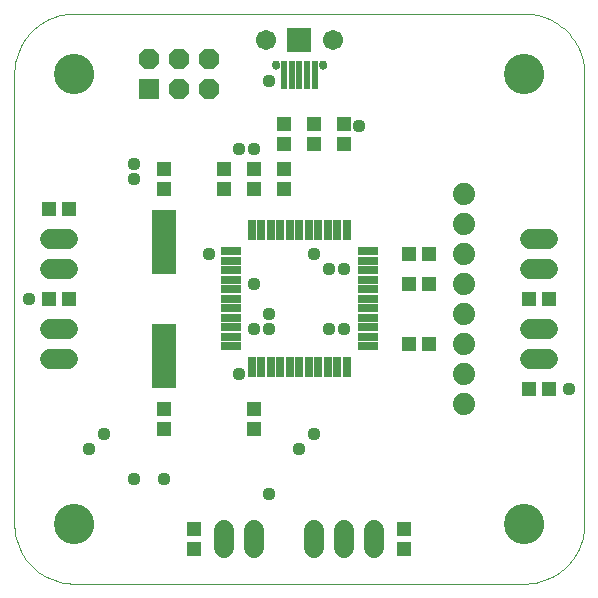
<source format=gts>
G75*
G70*
%OFA0B0*%
%FSLAX24Y24*%
%IPPOS*%
%LPD*%
%AMOC8*
5,1,8,0,0,1.08239X$1,22.5*
%
%ADD10C,0.0000*%
%ADD11R,0.0237X0.0966*%
%ADD12C,0.0297*%
%ADD13C,0.0674*%
%ADD14R,0.0828X0.0828*%
%ADD15R,0.0277X0.0671*%
%ADD16R,0.0671X0.0277*%
%ADD17R,0.0840X0.2180*%
%ADD18R,0.0474X0.0513*%
%ADD19R,0.0513X0.0474*%
%ADD20R,0.0680X0.0680*%
%ADD21OC8,0.0680*%
%ADD22C,0.0674*%
%ADD23C,0.0740*%
%ADD24C,0.1340*%
%ADD25C,0.0437*%
D10*
X000655Y002655D02*
X000655Y017655D01*
X002025Y017655D02*
X002027Y017705D01*
X002033Y017755D01*
X002043Y017804D01*
X002057Y017852D01*
X002074Y017899D01*
X002095Y017944D01*
X002120Y017988D01*
X002148Y018029D01*
X002180Y018068D01*
X002214Y018105D01*
X002251Y018139D01*
X002291Y018169D01*
X002333Y018196D01*
X002377Y018220D01*
X002423Y018241D01*
X002470Y018257D01*
X002518Y018270D01*
X002568Y018279D01*
X002617Y018284D01*
X002668Y018285D01*
X002718Y018282D01*
X002767Y018275D01*
X002816Y018264D01*
X002864Y018249D01*
X002910Y018231D01*
X002955Y018209D01*
X002998Y018183D01*
X003039Y018154D01*
X003078Y018122D01*
X003114Y018087D01*
X003146Y018049D01*
X003176Y018009D01*
X003203Y017966D01*
X003226Y017922D01*
X003245Y017876D01*
X003261Y017828D01*
X003273Y017779D01*
X003281Y017730D01*
X003285Y017680D01*
X003285Y017630D01*
X003281Y017580D01*
X003273Y017531D01*
X003261Y017482D01*
X003245Y017434D01*
X003226Y017388D01*
X003203Y017344D01*
X003176Y017301D01*
X003146Y017261D01*
X003114Y017223D01*
X003078Y017188D01*
X003039Y017156D01*
X002998Y017127D01*
X002955Y017101D01*
X002910Y017079D01*
X002864Y017061D01*
X002816Y017046D01*
X002767Y017035D01*
X002718Y017028D01*
X002668Y017025D01*
X002617Y017026D01*
X002568Y017031D01*
X002518Y017040D01*
X002470Y017053D01*
X002423Y017069D01*
X002377Y017090D01*
X002333Y017114D01*
X002291Y017141D01*
X002251Y017171D01*
X002214Y017205D01*
X002180Y017242D01*
X002148Y017281D01*
X002120Y017322D01*
X002095Y017366D01*
X002074Y017411D01*
X002057Y017458D01*
X002043Y017506D01*
X002033Y017555D01*
X002027Y017605D01*
X002025Y017655D01*
X000655Y017655D02*
X000657Y017750D01*
X000664Y017845D01*
X000675Y017940D01*
X000691Y018034D01*
X000711Y018127D01*
X000736Y018218D01*
X000765Y018309D01*
X000798Y018398D01*
X000836Y018486D01*
X000877Y018571D01*
X000923Y018655D01*
X000972Y018736D01*
X001026Y018815D01*
X001083Y018891D01*
X001144Y018965D01*
X001208Y019035D01*
X001275Y019102D01*
X001345Y019166D01*
X001419Y019227D01*
X001495Y019284D01*
X001574Y019338D01*
X001655Y019387D01*
X001739Y019433D01*
X001824Y019474D01*
X001912Y019512D01*
X002001Y019545D01*
X002092Y019574D01*
X002183Y019599D01*
X002276Y019619D01*
X002370Y019635D01*
X002465Y019646D01*
X002560Y019653D01*
X002655Y019655D01*
X017655Y019655D01*
X017025Y017655D02*
X017027Y017705D01*
X017033Y017755D01*
X017043Y017804D01*
X017057Y017852D01*
X017074Y017899D01*
X017095Y017944D01*
X017120Y017988D01*
X017148Y018029D01*
X017180Y018068D01*
X017214Y018105D01*
X017251Y018139D01*
X017291Y018169D01*
X017333Y018196D01*
X017377Y018220D01*
X017423Y018241D01*
X017470Y018257D01*
X017518Y018270D01*
X017568Y018279D01*
X017617Y018284D01*
X017668Y018285D01*
X017718Y018282D01*
X017767Y018275D01*
X017816Y018264D01*
X017864Y018249D01*
X017910Y018231D01*
X017955Y018209D01*
X017998Y018183D01*
X018039Y018154D01*
X018078Y018122D01*
X018114Y018087D01*
X018146Y018049D01*
X018176Y018009D01*
X018203Y017966D01*
X018226Y017922D01*
X018245Y017876D01*
X018261Y017828D01*
X018273Y017779D01*
X018281Y017730D01*
X018285Y017680D01*
X018285Y017630D01*
X018281Y017580D01*
X018273Y017531D01*
X018261Y017482D01*
X018245Y017434D01*
X018226Y017388D01*
X018203Y017344D01*
X018176Y017301D01*
X018146Y017261D01*
X018114Y017223D01*
X018078Y017188D01*
X018039Y017156D01*
X017998Y017127D01*
X017955Y017101D01*
X017910Y017079D01*
X017864Y017061D01*
X017816Y017046D01*
X017767Y017035D01*
X017718Y017028D01*
X017668Y017025D01*
X017617Y017026D01*
X017568Y017031D01*
X017518Y017040D01*
X017470Y017053D01*
X017423Y017069D01*
X017377Y017090D01*
X017333Y017114D01*
X017291Y017141D01*
X017251Y017171D01*
X017214Y017205D01*
X017180Y017242D01*
X017148Y017281D01*
X017120Y017322D01*
X017095Y017366D01*
X017074Y017411D01*
X017057Y017458D01*
X017043Y017506D01*
X017033Y017555D01*
X017027Y017605D01*
X017025Y017655D01*
X017655Y019655D02*
X017750Y019653D01*
X017845Y019646D01*
X017940Y019635D01*
X018034Y019619D01*
X018127Y019599D01*
X018218Y019574D01*
X018309Y019545D01*
X018398Y019512D01*
X018486Y019474D01*
X018571Y019433D01*
X018655Y019387D01*
X018736Y019338D01*
X018815Y019284D01*
X018891Y019227D01*
X018965Y019166D01*
X019035Y019102D01*
X019102Y019035D01*
X019166Y018965D01*
X019227Y018891D01*
X019284Y018815D01*
X019338Y018736D01*
X019387Y018655D01*
X019433Y018571D01*
X019474Y018486D01*
X019512Y018398D01*
X019545Y018309D01*
X019574Y018218D01*
X019599Y018127D01*
X019619Y018034D01*
X019635Y017940D01*
X019646Y017845D01*
X019653Y017750D01*
X019655Y017655D01*
X019655Y002655D01*
X017025Y002655D02*
X017027Y002705D01*
X017033Y002755D01*
X017043Y002804D01*
X017057Y002852D01*
X017074Y002899D01*
X017095Y002944D01*
X017120Y002988D01*
X017148Y003029D01*
X017180Y003068D01*
X017214Y003105D01*
X017251Y003139D01*
X017291Y003169D01*
X017333Y003196D01*
X017377Y003220D01*
X017423Y003241D01*
X017470Y003257D01*
X017518Y003270D01*
X017568Y003279D01*
X017617Y003284D01*
X017668Y003285D01*
X017718Y003282D01*
X017767Y003275D01*
X017816Y003264D01*
X017864Y003249D01*
X017910Y003231D01*
X017955Y003209D01*
X017998Y003183D01*
X018039Y003154D01*
X018078Y003122D01*
X018114Y003087D01*
X018146Y003049D01*
X018176Y003009D01*
X018203Y002966D01*
X018226Y002922D01*
X018245Y002876D01*
X018261Y002828D01*
X018273Y002779D01*
X018281Y002730D01*
X018285Y002680D01*
X018285Y002630D01*
X018281Y002580D01*
X018273Y002531D01*
X018261Y002482D01*
X018245Y002434D01*
X018226Y002388D01*
X018203Y002344D01*
X018176Y002301D01*
X018146Y002261D01*
X018114Y002223D01*
X018078Y002188D01*
X018039Y002156D01*
X017998Y002127D01*
X017955Y002101D01*
X017910Y002079D01*
X017864Y002061D01*
X017816Y002046D01*
X017767Y002035D01*
X017718Y002028D01*
X017668Y002025D01*
X017617Y002026D01*
X017568Y002031D01*
X017518Y002040D01*
X017470Y002053D01*
X017423Y002069D01*
X017377Y002090D01*
X017333Y002114D01*
X017291Y002141D01*
X017251Y002171D01*
X017214Y002205D01*
X017180Y002242D01*
X017148Y002281D01*
X017120Y002322D01*
X017095Y002366D01*
X017074Y002411D01*
X017057Y002458D01*
X017043Y002506D01*
X017033Y002555D01*
X017027Y002605D01*
X017025Y002655D01*
X017655Y000655D02*
X017750Y000657D01*
X017845Y000664D01*
X017940Y000675D01*
X018034Y000691D01*
X018127Y000711D01*
X018218Y000736D01*
X018309Y000765D01*
X018398Y000798D01*
X018486Y000836D01*
X018571Y000877D01*
X018655Y000923D01*
X018736Y000972D01*
X018815Y001026D01*
X018891Y001083D01*
X018965Y001144D01*
X019035Y001208D01*
X019102Y001275D01*
X019166Y001345D01*
X019227Y001419D01*
X019284Y001495D01*
X019338Y001574D01*
X019387Y001655D01*
X019433Y001739D01*
X019474Y001824D01*
X019512Y001912D01*
X019545Y002001D01*
X019574Y002092D01*
X019599Y002183D01*
X019619Y002276D01*
X019635Y002370D01*
X019646Y002465D01*
X019653Y002560D01*
X019655Y002655D01*
X017655Y000655D02*
X002655Y000655D01*
X002025Y002655D02*
X002027Y002705D01*
X002033Y002755D01*
X002043Y002804D01*
X002057Y002852D01*
X002074Y002899D01*
X002095Y002944D01*
X002120Y002988D01*
X002148Y003029D01*
X002180Y003068D01*
X002214Y003105D01*
X002251Y003139D01*
X002291Y003169D01*
X002333Y003196D01*
X002377Y003220D01*
X002423Y003241D01*
X002470Y003257D01*
X002518Y003270D01*
X002568Y003279D01*
X002617Y003284D01*
X002668Y003285D01*
X002718Y003282D01*
X002767Y003275D01*
X002816Y003264D01*
X002864Y003249D01*
X002910Y003231D01*
X002955Y003209D01*
X002998Y003183D01*
X003039Y003154D01*
X003078Y003122D01*
X003114Y003087D01*
X003146Y003049D01*
X003176Y003009D01*
X003203Y002966D01*
X003226Y002922D01*
X003245Y002876D01*
X003261Y002828D01*
X003273Y002779D01*
X003281Y002730D01*
X003285Y002680D01*
X003285Y002630D01*
X003281Y002580D01*
X003273Y002531D01*
X003261Y002482D01*
X003245Y002434D01*
X003226Y002388D01*
X003203Y002344D01*
X003176Y002301D01*
X003146Y002261D01*
X003114Y002223D01*
X003078Y002188D01*
X003039Y002156D01*
X002998Y002127D01*
X002955Y002101D01*
X002910Y002079D01*
X002864Y002061D01*
X002816Y002046D01*
X002767Y002035D01*
X002718Y002028D01*
X002668Y002025D01*
X002617Y002026D01*
X002568Y002031D01*
X002518Y002040D01*
X002470Y002053D01*
X002423Y002069D01*
X002377Y002090D01*
X002333Y002114D01*
X002291Y002141D01*
X002251Y002171D01*
X002214Y002205D01*
X002180Y002242D01*
X002148Y002281D01*
X002120Y002322D01*
X002095Y002366D01*
X002074Y002411D01*
X002057Y002458D01*
X002043Y002506D01*
X002033Y002555D01*
X002027Y002605D01*
X002025Y002655D01*
X000655Y002655D02*
X000657Y002560D01*
X000664Y002465D01*
X000675Y002370D01*
X000691Y002276D01*
X000711Y002183D01*
X000736Y002092D01*
X000765Y002001D01*
X000798Y001912D01*
X000836Y001824D01*
X000877Y001739D01*
X000923Y001655D01*
X000972Y001574D01*
X001026Y001495D01*
X001083Y001419D01*
X001144Y001345D01*
X001208Y001275D01*
X001275Y001208D01*
X001345Y001144D01*
X001419Y001083D01*
X001495Y001026D01*
X001574Y000972D01*
X001655Y000923D01*
X001739Y000877D01*
X001824Y000836D01*
X001912Y000798D01*
X002001Y000765D01*
X002092Y000736D01*
X002183Y000711D01*
X002276Y000691D01*
X002370Y000675D01*
X002465Y000664D01*
X002560Y000657D01*
X002655Y000655D01*
X009260Y017934D02*
X009262Y017954D01*
X009268Y017974D01*
X009277Y017992D01*
X009290Y018009D01*
X009305Y018022D01*
X009323Y018032D01*
X009343Y018039D01*
X009363Y018042D01*
X009383Y018041D01*
X009403Y018036D01*
X009422Y018028D01*
X009439Y018016D01*
X009453Y018001D01*
X009464Y017983D01*
X009472Y017964D01*
X009476Y017944D01*
X009476Y017924D01*
X009472Y017904D01*
X009464Y017885D01*
X009453Y017867D01*
X009439Y017852D01*
X009422Y017840D01*
X009403Y017832D01*
X009383Y017827D01*
X009363Y017826D01*
X009343Y017829D01*
X009323Y017836D01*
X009305Y017846D01*
X009290Y017859D01*
X009277Y017876D01*
X009268Y017894D01*
X009262Y017914D01*
X009260Y017934D01*
X010835Y017934D02*
X010837Y017954D01*
X010843Y017974D01*
X010852Y017992D01*
X010865Y018009D01*
X010880Y018022D01*
X010898Y018032D01*
X010918Y018039D01*
X010938Y018042D01*
X010958Y018041D01*
X010978Y018036D01*
X010997Y018028D01*
X011014Y018016D01*
X011028Y018001D01*
X011039Y017983D01*
X011047Y017964D01*
X011051Y017944D01*
X011051Y017924D01*
X011047Y017904D01*
X011039Y017885D01*
X011028Y017867D01*
X011014Y017852D01*
X010997Y017840D01*
X010978Y017832D01*
X010958Y017827D01*
X010938Y017826D01*
X010918Y017829D01*
X010898Y017836D01*
X010880Y017846D01*
X010865Y017859D01*
X010852Y017876D01*
X010843Y017894D01*
X010837Y017914D01*
X010835Y017934D01*
D11*
X010667Y017629D03*
X010411Y017629D03*
X010155Y017629D03*
X009899Y017629D03*
X009643Y017629D03*
D12*
X009368Y017934D03*
X010943Y017934D03*
D13*
X011267Y018780D03*
X009043Y018780D03*
D14*
X010155Y018780D03*
D15*
X010155Y012439D03*
X010470Y012439D03*
X010785Y012439D03*
X011100Y012439D03*
X011415Y012439D03*
X011730Y012439D03*
X009840Y012439D03*
X009525Y012439D03*
X009210Y012439D03*
X008895Y012439D03*
X008580Y012439D03*
X008580Y007872D03*
X008895Y007872D03*
X009210Y007872D03*
X009525Y007872D03*
X009840Y007872D03*
X010155Y007872D03*
X010470Y007872D03*
X010785Y007872D03*
X011100Y007872D03*
X011415Y007872D03*
X011730Y007872D03*
D16*
X012439Y008580D03*
X012439Y008895D03*
X012439Y009210D03*
X012439Y009525D03*
X012439Y009840D03*
X012439Y010155D03*
X012439Y010470D03*
X012439Y010785D03*
X012439Y011100D03*
X012439Y011415D03*
X012439Y011730D03*
X007872Y011730D03*
X007872Y011415D03*
X007872Y011100D03*
X007872Y010785D03*
X007872Y010470D03*
X007872Y010155D03*
X007872Y009840D03*
X007872Y009525D03*
X007872Y009210D03*
X007872Y008895D03*
X007872Y008580D03*
D17*
X005655Y008255D03*
X005655Y012055D03*
D18*
X005655Y013820D03*
X005655Y014490D03*
X008655Y014490D03*
X008655Y013820D03*
X009655Y013820D03*
X009655Y014490D03*
X011655Y015320D03*
X011655Y015990D03*
X017820Y010155D03*
X018490Y010155D03*
X018490Y007155D03*
X017820Y007155D03*
X008655Y006490D03*
X008655Y005820D03*
X005655Y005820D03*
X005655Y006490D03*
X002490Y010155D03*
X001820Y010155D03*
X001820Y013155D03*
X002490Y013155D03*
D19*
X007655Y013820D03*
X007655Y014490D03*
X009655Y015320D03*
X009655Y015990D03*
X010655Y015990D03*
X010655Y015320D03*
X013820Y011655D03*
X014490Y011655D03*
X014490Y010655D03*
X013820Y010655D03*
X013820Y008655D03*
X014490Y008655D03*
X013655Y002490D03*
X013655Y001820D03*
X006655Y001820D03*
X006655Y002490D03*
D20*
X005155Y017155D03*
D21*
X005155Y018155D03*
X006155Y018155D03*
X006155Y017155D03*
X007155Y017155D03*
X007155Y018155D03*
D22*
X002452Y012155D02*
X001858Y012155D01*
X001858Y011155D02*
X002452Y011155D01*
X002452Y009155D02*
X001858Y009155D01*
X001858Y008155D02*
X002452Y008155D01*
X007655Y002452D02*
X007655Y001858D01*
X008655Y001858D02*
X008655Y002452D01*
X010655Y002452D02*
X010655Y001858D01*
X011655Y001858D02*
X011655Y002452D01*
X012655Y002452D02*
X012655Y001858D01*
X017858Y008155D02*
X018452Y008155D01*
X018452Y009155D02*
X017858Y009155D01*
X017858Y011155D02*
X018452Y011155D01*
X018452Y012155D02*
X017858Y012155D01*
D23*
X015655Y011655D03*
X015655Y010655D03*
X015655Y009655D03*
X015655Y008655D03*
X015655Y007655D03*
X015655Y006655D03*
X015655Y012655D03*
X015655Y013655D03*
D24*
X017655Y017655D03*
X017655Y002655D03*
X002655Y002655D03*
X002655Y017655D03*
D25*
X004655Y014655D03*
X004655Y014155D03*
X007155Y011655D03*
X008655Y010655D03*
X009155Y009655D03*
X009155Y009155D03*
X008655Y009155D03*
X008155Y007655D03*
X010155Y005155D03*
X010655Y005655D03*
X009155Y003655D03*
X005655Y004155D03*
X004655Y004155D03*
X003155Y005155D03*
X003655Y005655D03*
X001155Y010155D03*
X008155Y015155D03*
X008655Y015155D03*
X009155Y017405D03*
X012155Y015905D03*
X010655Y011655D03*
X011155Y011155D03*
X011655Y011155D03*
X011655Y009155D03*
X011155Y009155D03*
X019155Y007155D03*
M02*

</source>
